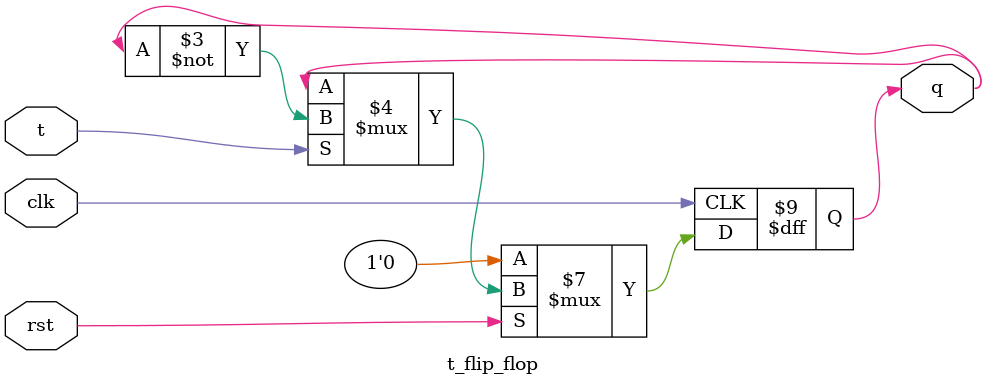
<source format=v>
module t_flip_flop(q, t, clk, rst);
    input t;
    input clk;
    input rst;
    output reg q;

    always @(posedge clk) begin
        if(!rst) q <= 0;
        else if(t) q <= ~q;
    end
endmodule
</source>
